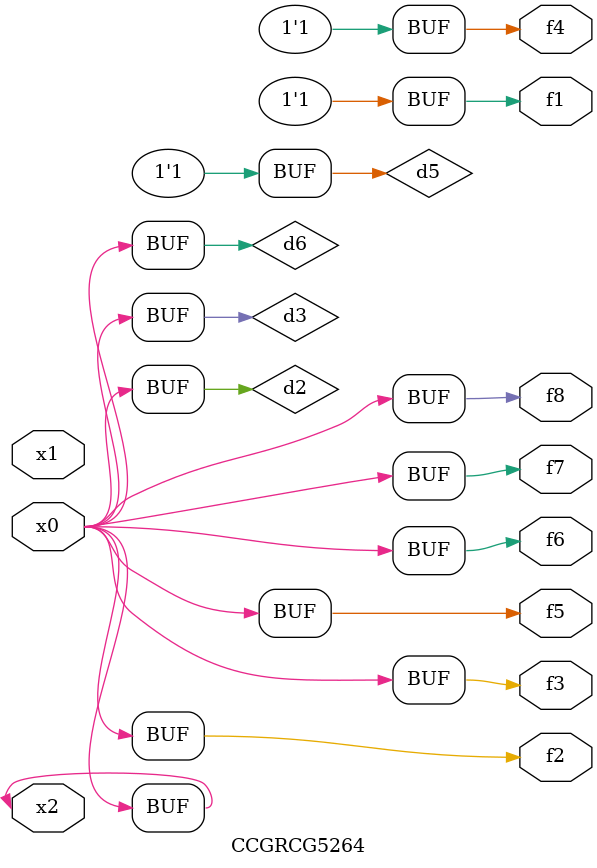
<source format=v>
module CCGRCG5264(
	input x0, x1, x2,
	output f1, f2, f3, f4, f5, f6, f7, f8
);

	wire d1, d2, d3, d4, d5, d6;

	xnor (d1, x2);
	buf (d2, x0, x2);
	and (d3, x0);
	xnor (d4, x1, x2);
	nand (d5, d1, d3);
	buf (d6, d2, d3);
	assign f1 = d5;
	assign f2 = d6;
	assign f3 = d6;
	assign f4 = d5;
	assign f5 = d6;
	assign f6 = d6;
	assign f7 = d6;
	assign f8 = d6;
endmodule

</source>
